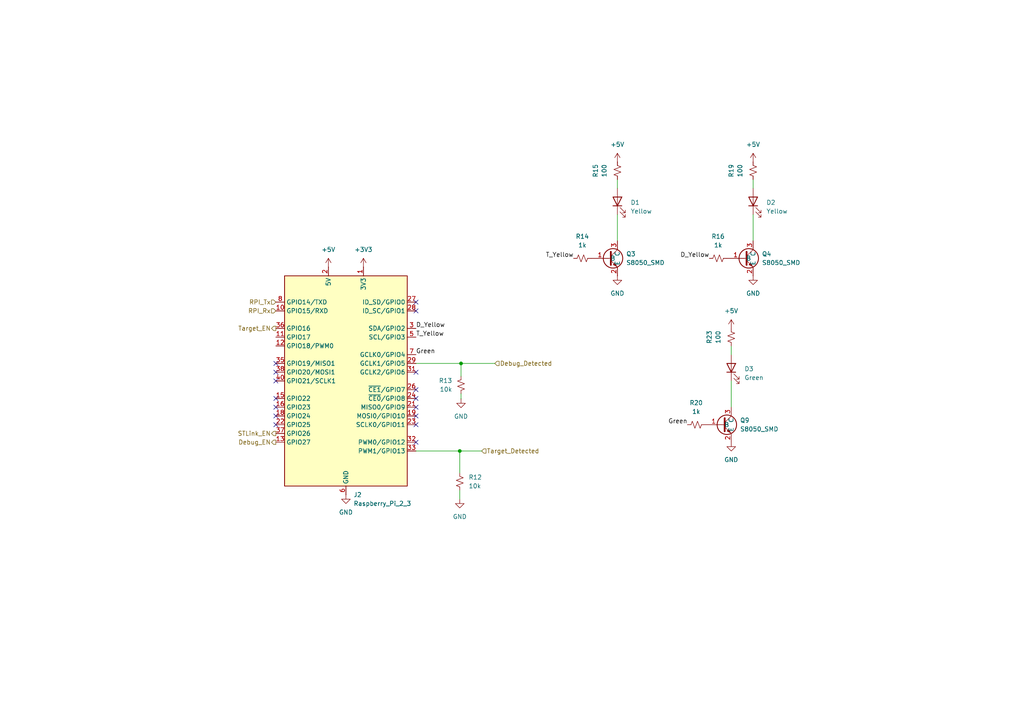
<source format=kicad_sch>
(kicad_sch (version 20231120) (generator "eeschema") (generator_version "8.0")
  (paper "A4")
  (lib_symbols
    (symbol "Connector:Raspberry_Pi_2_3"
      (property "Reference" "J" (at -17.78 31.75 0))
      (property "Value" "Raspberry_Pi_2_3" (at 10.16 -31.75 0))
      (symbol "Raspberry_Pi_2_3_0_1"
        (rectangle (start -17.78 30.48) (end 17.78 -30.48) (stroke (width 0.254)) (fill (type background)))
      )
      (symbol "Raspberry_Pi_2_3_1_1"
        (pin power_in line (at 5.08 33.02 270) (length 2.54) (name "3V3") (number "1"))
        (pin bidirectional line (at -20.32 20.32 0) (length 2.54) (name "GPIO15/RXD") (number "10"))
        (pin bidirectional line (at -20.32 12.7 0) (length 2.54) (name "GPIO17") (number "11"))
        (pin bidirectional line (at -20.32 10.16 0) (length 2.54) (name "GPIO18/PWM0") (number "12"))
        (pin bidirectional line (at -20.32 -17.78 0) (length 2.54) (name "GPIO27") (number "13"))
        (pin passive line (at 0 -33.02 90) (length 2.54) hide (name "GND") (number "14"))
        (pin bidirectional line (at -20.32 -5.08 0) (length 2.54) (name "GPIO22") (number "15"))
        (pin bidirectional line (at -20.32 -7.62 0) (length 2.54) (name "GPIO23") (number "16"))
        (pin passive line (at 5.08 33.02 270) (length 2.54) hide (name "3V3") (number "17"))
        (pin bidirectional line (at -20.32 -10.16 0) (length 2.54) (name "GPIO24") (number "18"))
        (pin bidirectional line (at 20.32 -10.16 180) (length 2.54) (name "MOSI0/GPIO10") (number "19"))
        (pin power_in line (at -5.08 33.02 270) (length 2.54) (name "5V") (number "2"))
        (pin passive line (at 0 -33.02 90) (length 2.54) hide (name "GND") (number "20"))
        (pin bidirectional line (at 20.32 -7.62 180) (length 2.54) (name "MISO0/GPIO9") (number "21"))
        (pin bidirectional line (at -20.32 -12.7 0) (length 2.54) (name "GPIO25") (number "22"))
        (pin bidirectional line (at 20.32 -12.7 180) (length 2.54) (name "SCLK0/GPIO11") (number "23"))
        (pin bidirectional line (at 20.32 -5.08 180) (length 2.54) (name "~{CE0}/GPIO8") (number "24"))
        (pin passive line (at 0 -33.02 90) (length 2.54) hide (name "GND") (number "25"))
        (pin bidirectional line (at 20.32 -2.54 180) (length 2.54) (name "~{CE1}/GPIO7") (number "26"))
        (pin bidirectional line (at 20.32 22.86 180) (length 2.54) (name "ID_SD/GPIO0") (number "27"))
        (pin bidirectional line (at 20.32 20.32 180) (length 2.54) (name "ID_SC/GPIO1") (number "28"))
        (pin bidirectional line (at 20.32 5.08 180) (length 2.54) (name "GCLK1/GPIO5") (number "29"))
        (pin bidirectional line (at 20.32 15.24 180) (length 2.54) (name "SDA/GPIO2") (number "3"))
        (pin passive line (at 0 -33.02 90) (length 2.54) hide (name "GND") (number "30"))
        (pin bidirectional line (at 20.32 2.54 180) (length 2.54) (name "GCLK2/GPIO6") (number "31"))
        (pin bidirectional line (at 20.32 -17.78 180) (length 2.54) (name "PWM0/GPIO12") (number "32"))
        (pin bidirectional line (at 20.32 -20.32 180) (length 2.54) (name "PWM1/GPIO13") (number "33"))
        (pin passive line (at 0 -33.02 90) (length 2.54) hide (name "GND") (number "34"))
        (pin bidirectional line (at -20.32 5.08 0) (length 2.54) (name "GPIO19/MISO1") (number "35"))
        (pin bidirectional line (at -20.32 15.24 0) (length 2.54) (name "GPIO16") (number "36"))
        (pin bidirectional line (at -20.32 -15.24 0) (length 2.54) (name "GPIO26") (number "37"))
        (pin bidirectional line (at -20.32 2.54 0) (length 2.54) (name "GPIO20/MOSI1") (number "38"))
        (pin passive line (at 0 -33.02 90) (length 2.54) hide (name "GND") (number "39"))
        (pin passive line (at -5.08 33.02 270) (length 2.54) hide (name "5V") (number "4"))
        (pin bidirectional line (at -20.32 0 0) (length 2.54) (name "GPIO21/SCLK1") (number "40"))
        (pin bidirectional line (at 20.32 12.7 180) (length 2.54) (name "SCL/GPIO3") (number "5"))
        (pin power_in line (at 0 -33.02 90) (length 2.54) (name "GND") (number "6"))
        (pin bidirectional line (at 20.32 7.62 180) (length 2.54) (name "GCLK0/GPIO4") (number "7"))
        (pin bidirectional line (at -20.32 22.86 0) (length 2.54) (name "GPIO14/TXD") (number "8"))
        (pin passive line (at 0 -33.02 90) (length 2.54) hide (name "GND") (number "9"))
      )
    )
    (symbol "Device:LED" (pin_numbers hide) (pin_names (offset 1.016) hide)
      (property "Reference" "D" (at 0 2.54 0))
      (property "Value" "LED" (at 0 -2.54 0))
      (symbol "LED_0_1"
        (polyline (pts (xy -1.27 -1.27) (xy -1.27 1.27)) (stroke (width 0.254)))
        (polyline (pts (xy -1.27 0) (xy 1.27 0)))
        (polyline (pts (xy 1.27 -1.27) (xy 1.27 1.27) (xy -1.27 0) (xy 1.27 -1.27)) (stroke (width 0.254)))
        (polyline (pts (xy -3.048 -0.762) (xy -4.572 -2.286) (xy -3.81 -2.286) (xy -4.572 -2.286) (xy -4.572 -1.524)))
        (polyline (pts (xy -1.778 -0.762) (xy -3.302 -2.286) (xy -2.54 -2.286) (xy -3.302 -2.286) (xy -3.302 -1.524)))
      )
      (symbol "LED_1_1"
        (pin passive line (at -3.81 0 0) (length 2.54) (name "K") (number "1"))
        (pin passive line (at 3.81 0 180) (length 2.54) (name "A") (number "2"))
      )
    )
    (symbol "Device:R_Small_US" (pin_numbers hide) (pin_names (offset 0.254) hide)
      (property "Reference" "R" (at 0.762 0.508 0))
      (property "Value" "R_Small_US" (at 0.762 -1.016 0))
      (symbol "R_Small_US_1_1"
        (polyline (pts (xy 0 0) (xy 1.016 -0.381) (xy 0 -0.762) (xy -1.016 -1.143) (xy 0 -1.524)))
        (polyline (pts (xy 0 1.524) (xy 1.016 1.143) (xy 0 0.762) (xy -1.016 0.381) (xy 0 0)))
        (pin passive line (at 0 2.54 270) (length 1.016) (name "~") (number "1"))
        (pin passive line (at 0 -2.54 90) (length 1.016) (name "~") (number "2"))
      )
    )
    (symbol "UCT:S8050_SMD"
      (property "Reference" "Q" (at -11.3284 6.2484 0))
      (property "Value" "S8050_SMD" (at -6.4008 4.1656 0))
      (symbol "S8050_SMD_0_1"
        (polyline (pts (xy -1.27 0) (xy -0.635 0)))
        (polyline (pts (xy 1.27 -2.54) (xy -0.635 -0.635)))
        (polyline (pts (xy 1.27 2.54) (xy -0.635 0.635)))
        (polyline (pts (xy -0.635 1.905) (xy -0.635 -1.905) (xy -0.635 -1.905)) (stroke (width 0.508)) (fill (type outline)))
        (polyline (pts (xy 0.5588 -1.3208) (xy 0.0508 -1.8288) (xy 1.0668 -2.3368) (xy 0.5588 -1.3208) (xy 0.5588 -1.3208)) (fill (type outline)))
        (circle (center 0 0) (radius 2.8194) (stroke (width 0.254)))
      )
      (symbol "S8050_SMD_1_1"
        (pin input line (at -6.35 0 0) (length 5.08) (name "B") (number "1"))
        (pin passive line (at 1.27 -5.08 90) (length 2.54) (name "E") (number "2"))
        (pin passive line (at 1.27 5.08 270) (length 2.54) (name "C") (number "3"))
      )
    )
    (symbol "power:+3V3" (power) (pin_numbers hide) (pin_names (offset 0) hide)
      (property "Value" "+3V3" (at 0 3.556 0))
      (symbol "+3V3_0_1"
        (polyline (pts (xy -0.762 1.27) (xy 0 2.54)))
        (polyline (pts (xy 0 0) (xy 0 2.54)))
        (polyline (pts (xy 0 2.54) (xy 0.762 1.27)))
      )
      (symbol "+3V3_1_1"
        (pin power_in line (at 0 0 90) (length 0) (name "~") (number "1"))
      )
    )
    (symbol "power:+5V" (power) (pin_numbers hide) (pin_names (offset 0) hide)
      (property "Value" "+5V" (at 0 3.556 0))
      (symbol "+5V_0_1"
        (polyline (pts (xy -0.762 1.27) (xy 0 2.54)))
        (polyline (pts (xy 0 0) (xy 0 2.54)))
        (polyline (pts (xy 0 2.54) (xy 0.762 1.27)))
      )
      (symbol "+5V_1_1"
        (pin power_in line (at 0 0 90) (length 0) (name "~") (number "1"))
      )
    )
    (symbol "power:GND" (power) (pin_numbers hide) (pin_names (offset 0) hide)
      (property "Value" "GND" (at 0 -3.81 0))
      (symbol "GND_0_1"
        (polyline (pts (xy 0 0) (xy 0 -1.27) (xy 1.27 -1.27) (xy 0 -2.54) (xy -1.27 -1.27) (xy 0 -1.27)))
      )
      (symbol "GND_1_1"
        (pin power_in line (at 0 0 270) (length 0) (name "~") (number "1"))
      )
    )
  )
  (junction (at 133.35 130.81))
  (junction (at 133.7147 105.41))
  (no_connect (at 120.65 107.95))
  (no_connect (at 120.65 120.65))
  (no_connect (at 80.01 105.41))
  (no_connect (at 80.01 120.65))
  (no_connect (at 80.01 107.95))
  (no_connect (at 80.01 123.19))
  (no_connect (at 120.65 90.17))
  (no_connect (at 80.01 110.49))
  (no_connect (at 80.01 115.57))
  (no_connect (at 80.01 118.11))
  (no_connect (at 120.65 123.19))
  (no_connect (at 120.65 113.03))
  (no_connect (at 120.65 128.27))
  (no_connect (at 120.65 118.11))
  (no_connect (at 120.65 87.63))
  (no_connect (at 120.65 115.57))
  (wire (pts (xy 133.35 130.81) (xy 133.35 137.16)))
  (wire (pts (xy 133.35 142.24) (xy 133.35 144.78)))
  (wire (pts (xy 133.7147 105.41) (xy 133.7147 109.1321)))
  (wire (pts (xy 218.44 52.07) (xy 218.44 54.61)))
  (wire (pts (xy 179.07 62.23) (xy 179.07 69.85)))
  (wire (pts (xy 133.7147 105.41) (xy 143.51 105.41)))
  (wire (pts (xy 120.65 130.81) (xy 133.35 130.81)))
  (wire (pts (xy 120.65 105.41) (xy 133.7147 105.41)))
  (wire (pts (xy 218.44 62.23) (xy 218.44 69.85)))
  (wire (pts (xy 212.09 110.49) (xy 212.09 118.11)))
  (wire (pts (xy 139.7 130.81) (xy 133.35 130.81)))
  (wire (pts (xy 179.07 52.07) (xy 179.07 54.61)))
  (wire (pts (xy 133.7147 114.2121) (xy 133.7147 115.6986)))
  (wire (pts (xy 212.09 100.33) (xy 212.09 102.87)))
  (label "D_Yellow" (at 205.74 74.93 180))
  (label "D_Yellow" (at 120.65 95.25 0))
  (label "Green" (at 120.65 102.87 0))
  (label "T_Yellow" (at 120.65 97.79 0))
  (label "Green" (at 199.39 123.19 180))
  (label "T_Yellow" (at 166.37 74.93 180))
  (hierarchical_label "Target_EN" (shape output) (at 80.01 95.25 180))
  (hierarchical_label "STLink_EN" (shape output) (at 80.01 125.73 180))
  (hierarchical_label "RPI_Rx" (shape input) (at 80.01 90.17 180))
  (hierarchical_label "Debug_Detected" (shape input) (at 143.51 105.41 0))
  (hierarchical_label "Debug_EN" (shape output) (at 80.01 128.27 180))
  (hierarchical_label "RPI_Tx" (shape input) (at 80.01 87.63 180))
  (hierarchical_label "Target_Detected" (shape input) (at 139.7 130.81 0))
  (symbol (lib_id "power:GND") (at 133.35 144.78 0) (mirror y) (unit 1)
    (property "Reference" "#PWR020" (effects (hide yes)))
    (property "Value" "GND" (at 133.35 149.86 0))
    (property "Description" "Power symbol creates a global label with name \"GND\" , ground" (effects (hide yes)))
  )
  (symbol (lib_id "power:+5V") (at 95.25 77.47 0) (unit 1)
    (property "Reference" "#PWR019" (effects (hide yes)))
    (property "Value" "+5V" (at 95.25 72.39 0))
    (property "Description" "Power symbol creates a global label with name \"+5V\"" (effects (hide yes)))
  )
  (symbol (lib_id "Device:R_Small_US") (at 201.93 123.19 90) (unit 1)
    (property "Reference" "R20" (at 201.93 116.84 90))
    (property "Value" "1k" (at 201.93 119.38 90))
    (property "Footprint" "Resistor_SMD:R_0603_1608Metric" (effects (hide yes)))
    (property "Description" "Resistor, small US symbol" (effects (hide yes)))
    (property "LCSC" "C21190" (effects (hide yes)))
  )
  (symbol (lib_id "power:+3V3") (at 105.41 77.47 0) (unit 1)
    (property "Reference" "#PWR018" (effects (hide yes)))
    (property "Value" "+3V3" (at 105.41 72.39 0))
    (property "Description" "Power symbol creates a global label with name \"+3V3\"" (effects (hide yes)))
  )
  (symbol (lib_id "power:GND") (at 212.09 128.27 0) (unit 1)
    (property "Reference" "#PWR041" (effects (hide yes)))
    (property "Value" "GND" (at 212.09 133.35 0))
    (property "Description" "Power symbol creates a global label with name \"GND\" , ground" (effects (hide yes)))
  )
  (symbol (lib_id "power:GND") (at 179.07 80.01 0) (unit 1)
    (property "Reference" "#PWR021" (effects (hide yes)))
    (property "Value" "GND" (at 179.07 85.09 0))
    (property "Description" "Power symbol creates a global label with name \"GND\" , ground" (effects (hide yes)))
  )
  (symbol (lib_id "Device:LED") (at 218.44 58.42 90) (unit 1)
    (property "Reference" "D2" (at 222.25 58.7374 90) (effects (justify right)))
    (property "Value" "Yellow" (at 222.25 61.2774 90) (effects (justify right)))
    (property "Footprint" "Diode_SMD:D_0805_2012Metric" (effects (hide yes)))
    (property "Description" "Light emitting diode" (effects (hide yes)))
    (property "LCSC" "C2296" (effects (hide yes)))
  )
  (symbol (lib_id "power:GND") (at 133.7147 115.6986 0) (mirror y) (unit 1)
    (property "Reference" "#PWR040" (effects (hide yes)))
    (property "Value" "GND" (at 133.7147 120.7786 0))
    (property "Description" "Power symbol creates a global label with name \"GND\" , ground" (effects (hide yes)))
  )
  (symbol (lib_id "Device:LED") (at 212.09 106.68 90) (unit 1)
    (property "Reference" "D3" (at 215.9 106.9974 90) (effects (justify right)))
    (property "Value" "Green" (at 215.9 109.5374 90) (effects (justify right)))
    (property "Footprint" "Diode_SMD:D_0805_2012Metric" (effects (hide yes)))
    (property "Description" "Light emitting diode" (effects (hide yes)))
    (property "LCSC" "C2297" (effects (hide yes)))
  )
  (symbol (lib_id "Device:R_Small_US") (at 179.07 49.53 180) (unit 1)
    (property "Reference" "R15" (at 172.72 49.53 90))
    (property "Value" "100" (at 175.26 49.53 90))
    (property "Footprint" "Resistor_SMD:R_0402_1005Metric" (effects (hide yes)))
    (property "Description" "Resistor, small US symbol" (effects (hide yes)))
    (property "LCSC" "C25076" (effects (hide yes)))
  )
  (symbol (lib_id "Device:R_Small_US") (at 133.7147 111.6721 0) (mirror x) (unit 1)
    (property "Reference" "R13" (at 131.1747 110.402 0) (effects (justify right)))
    (property "Value" "10k" (at 131.1747 112.942 0) (effects (justify right)))
    (property "Footprint" "Resistor_SMD:R_0805_2012Metric" (effects (hide yes)))
    (property "populate" "1" (effects (hide yes)))
    (property "LCSC" "C17414" (effects (hide yes)))
  )
  (symbol (lib_id "UCT:S8050_SMD") (at 217.17 74.93 0) (unit 1)
    (property "Reference" "Q4" (at 220.98 73.6599 0) (effects (justify left)))
    (property "Value" "S8050_SMD" (at 220.98 76.1999 0) (effects (justify left)))
    (property "Footprint" "Package_TO_SOT_SMD:SOT-23" (effects (hide yes)))
    (property "Datasheet" "https://datasheet.lcsc.com/lcsc/2303221100_Jiangsu-Changjing-Electronics-Technology-Co---Ltd--SS8050_C2150.pdf" (effects (hide yes)))
    (property "LCSC" "C2146" (effects (hide yes)))
  )
  (symbol (lib_id "Connector:Raspberry_Pi_2_3") (at 100.33 110.49 0) (unit 1)
    (property "Reference" "J2" (at 102.5241 143.51 0) (effects (justify left)))
    (property "Value" "Raspberry_Pi_2_3" (at 102.5241 146.05 0) (effects (justify left)))
    (property "Footprint" "UCT_REPO:RASPBERRY_PI_3B" (effects (hide yes)))
    (property "Datasheet" "https://www.raspberrypi.org/documentation/hardware/raspberrypi/schematics/rpi_SCH_3bplus_1p0_reduced.pdf" (effects (hide yes)))
    (property "Description" "expansion header for Raspberry Pi 2 & 3" (effects (hide yes)))
  )
  (symbol (lib_id "Device:R_Small_US") (at 208.28 74.93 90) (unit 1)
    (property "Reference" "R16" (at 208.28 68.58 90))
    (property "Value" "1k" (at 208.28 71.12 90))
    (property "Footprint" "Resistor_SMD:R_0603_1608Metric" (effects (hide yes)))
    (property "Description" "Resistor, small US symbol" (effects (hide yes)))
    (property "LCSC" "C21190" (effects (hide yes)))
  )
  (symbol (lib_id "Device:LED") (at 179.07 58.42 90) (unit 1)
    (property "Reference" "D1" (at 182.88 58.7374 90) (effects (justify right)))
    (property "Value" "Yellow" (at 182.88 61.2774 90) (effects (justify right)))
    (property "Footprint" "Diode_SMD:D_0805_2012Metric" (effects (hide yes)))
    (property "Description" "Light emitting diode" (effects (hide yes)))
    (property "LCSC" "C2296" (effects (hide yes)))
  )
  (symbol (lib_id "Device:R_Small_US") (at 212.09 97.79 180) (unit 1)
    (property "Reference" "R23" (at 205.74 97.79 90))
    (property "Value" "100" (at 208.28 97.79 90))
    (property "Footprint" "Resistor_SMD:R_0402_1005Metric" (effects (hide yes)))
    (property "Description" "Resistor, small US symbol" (effects (hide yes)))
    (property "LCSC" "C25076" (effects (hide yes)))
  )
  (symbol (lib_id "UCT:S8050_SMD") (at 177.8 74.93 0) (unit 1)
    (property "Reference" "Q3" (at 181.61 73.6599 0) (effects (justify left)))
    (property "Value" "S8050_SMD" (at 181.61 76.1999 0) (effects (justify left)))
    (property "Footprint" "Package_TO_SOT_SMD:SOT-23" (effects (hide yes)))
    (property "Datasheet" "https://datasheet.lcsc.com/lcsc/2303221100_Jiangsu-Changjing-Electronics-Technology-Co---Ltd--SS8050_C2150.pdf" (effects (hide yes)))
    (property "LCSC" "C2146" (effects (hide yes)))
  )
  (symbol (lib_id "Device:R_Small_US") (at 218.44 49.53 180) (unit 1)
    (property "Reference" "R19" (at 212.09 49.53 90))
    (property "Value" "100" (at 214.63 49.53 90))
    (property "Footprint" "Resistor_SMD:R_0402_1005Metric" (effects (hide yes)))
    (property "Description" "Resistor, small US symbol" (effects (hide yes)))
    (property "LCSC" "C25076" (effects (hide yes)))
  )
  (symbol (lib_id "power:+5V") (at 179.07 46.99 0) (unit 1)
    (property "Reference" "#PWR03" (effects (hide yes)))
    (property "Value" "+5V" (at 179.07 41.91 0))
    (property "Description" "Power symbol creates a global label with name \"+5V\"" (effects (hide yes)))
  )
  (symbol (lib_id "Device:R_Small_US") (at 133.35 139.7 180) (unit 1)
    (property "Reference" "R12" (at 135.89 138.4299 0) (effects (justify right)))
    (property "Value" "10k" (at 135.89 140.9699 0) (effects (justify right)))
    (property "Footprint" "Resistor_SMD:R_0805_2012Metric" (effects (hide yes)))
    (property "populate" "1" (effects (hide yes)))
    (property "LCSC" "C17414" (effects (hide yes)))
  )
  (symbol (lib_id "Device:R_Small_US") (at 168.91 74.93 90) (unit 1)
    (property "Reference" "R14" (at 168.91 68.58 90))
    (property "Value" "1k" (at 168.91 71.12 90))
    (property "Footprint" "Resistor_SMD:R_0603_1608Metric" (effects (hide yes)))
    (property "Description" "Resistor, small US symbol" (effects (hide yes)))
    (property "LCSC" "C21190" (effects (hide yes)))
  )
  (symbol (lib_id "power:+5V") (at 218.44 46.99 0) (unit 1)
    (property "Reference" "#PWR022" (effects (hide yes)))
    (property "Value" "+5V" (at 218.44 41.91 0))
    (property "Description" "Power symbol creates a global label with name \"+5V\"" (effects (hide yes)))
  )
  (symbol (lib_id "power:GND") (at 100.33 143.51 0) (unit 1)
    (property "Reference" "#PWR015" (effects (hide yes)))
    (property "Value" "GND" (at 100.33 148.59 0))
    (property "Description" "Power symbol creates a global label with name \"GND\" , ground" (effects (hide yes)))
  )
  (symbol (lib_id "power:+5V") (at 212.09 95.25 0) (unit 1)
    (property "Reference" "#PWR026" (effects (hide yes)))
    (property "Value" "+5V" (at 212.09 90.17 0))
    (property "Description" "Power symbol creates a global label with name \"+5V\"" (effects (hide yes)))
  )
  (symbol (lib_id "power:GND") (at 218.44 80.01 0) (unit 1)
    (property "Reference" "#PWR025" (effects (hide yes)))
    (property "Value" "GND" (at 218.44 85.09 0))
    (property "Description" "Power symbol creates a global label with name \"GND\" , ground" (effects (hide yes)))
  )
  (symbol (lib_id "UCT:S8050_SMD") (at 210.82 123.19 0) (unit 1)
    (property "Reference" "Q9" (at 214.63 121.9199 0) (effects (justify left)))
    (property "Value" "S8050_SMD" (at 214.63 124.4599 0) (effects (justify left)))
    (property "Footprint" "Package_TO_SOT_SMD:SOT-23" (effects (hide yes)))
    (property "Datasheet" "https://datasheet.lcsc.com/lcsc/2303221100_Jiangsu-Changjing-Electronics-Technology-Co---Ltd--SS8050_C2150.pdf" (effects (hide yes)))
    (property "LCSC" "C2146" (effects (hide yes)))
  )
)
</source>
